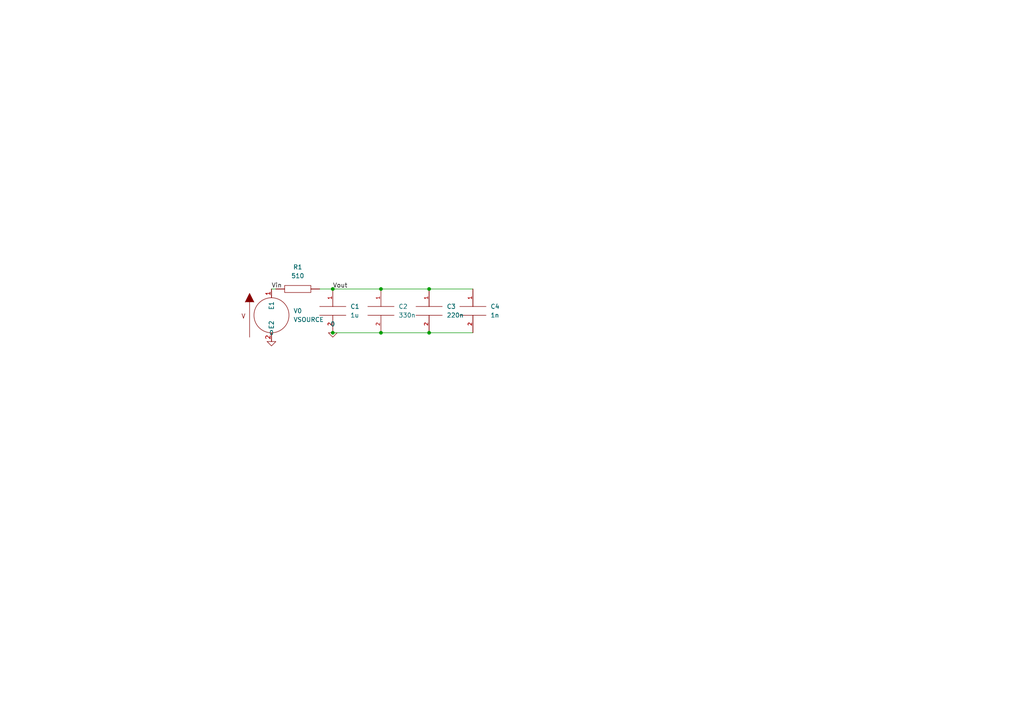
<source format=kicad_sch>
(kicad_sch (version 20211123) (generator eeschema)
  (paper "A4")
  (lib_symbols
    (symbol "pspice:0" (power) (pin_names (offset 0))
      (property "Value" "0" (at 0 -1.778 0))
      (symbol "0_0_1"
        (polyline (pts (xy -1.27 0) (xy 0 -1.27) (xy 1.27 0) (xy -1.27 0)))
      )
      (symbol "0_1_1"
        (pin power_in line (at 0 0 0) (length 0) hide (name "0") (number "1"))
      )
    )
    (symbol "pspice:C" (pin_names (offset 0.254))
      (property "Reference" "C" (at 2.54 3.81 90))
      (property "Value" "C" (at 2.54 -3.81 90))
      (symbol "C_0_1"
        (polyline (pts (xy -3.81 -1.27) (xy 3.81 -1.27)))
        (polyline (pts (xy -3.81 1.27) (xy 3.81 1.27)))
      )
      (symbol "C_1_1"
        (pin passive line (at 0 6.35 270) (length 5.08) (name "~") (number "1"))
        (pin passive line (at 0 -6.35 90) (length 5.08) (name "~") (number "2"))
      )
    )
    (symbol "pspice:R" (pin_numbers hide) (pin_names (offset 0))
      (property "Reference" "R" (at 2.032 0 90))
      (property "Value" "R" (at 0 0 90))
      (symbol "R_0_1"
        (rectangle (start -1.016 3.81) (end 1.016 -3.81))
      )
      (symbol "R_1_1"
        (pin passive line (at 0 6.35 270) (length 2.54) (name "~") (number "1"))
        (pin passive line (at 0 -6.35 90) (length 2.54) (name "~") (number "2"))
      )
    )
    (symbol "pspice:VSOURCE" (pin_names (offset 1.016))
      (property "Reference" "V" (at -6.35 7.62 0))
      (property "Value" "VSOURCE" (at 0 0 0))
      (symbol "VSOURCE_0_1"
        (polyline (pts (xy -6.35 -6.35) (xy -6.35 3.81)) (fill (type outline)))
        (polyline (pts (xy -7.62 3.81) (xy -6.35 6.35) (xy -5.08 3.81)) (fill (type outline)))
        (circle (center 0 0) (radius 5.08))
        (text "V" (at -8.128 -0.254 0) (effects (font (size 1.27 1.27))))
      )
      (symbol "VSOURCE_1_1"
        (pin input line (at 0 7.62 270) (length 2.54) (name "E1") (number "1"))
        (pin input line (at 0 -7.62 90) (length 2.54) (name "E2") (number "2"))
      )
    )
  )
  (junction (at 124.46 96.52))
  (junction (at 124.46 83.82))
  (junction (at 110.49 96.52))
  (junction (at 96.52 83.82))
  (junction (at 96.52 96.52))
  (junction (at 110.49 83.82))
  (wire (pts (xy 124.46 96.52) (xy 137.16 96.52)))
  (wire (pts (xy 78.74 83.82) (xy 80.01 83.82)))
  (wire (pts (xy 124.46 83.82) (xy 137.16 83.82)))
  (wire (pts (xy 92.71 83.82) (xy 96.52 83.82)))
  (wire (pts (xy 96.52 83.82) (xy 110.49 83.82)))
  (wire (pts (xy 110.49 83.82) (xy 124.46 83.82)))
  (wire (pts (xy 96.52 96.52) (xy 110.49 96.52)))
  (wire (pts (xy 110.49 96.52) (xy 124.46 96.52)))
  (label "Vout" (at 96.52 83.82 0))
  (label "Vin" (at 78.74 83.82 0))
  (symbol (lib_id "pspice:C") (at 124.46 90.17 0) (unit 1)
    (property "Reference" "C3" (at 129.54 88.8999 0) (effects (justify left)))
    (property "Value" "220n" (at 129.54 91.4399 0) (effects (justify left)))
  )
  (symbol (lib_id "pspice:R") (at 86.36 83.82 90) (unit 1)
    (property "Reference" "R1" (at 86.36 77.47 90))
    (property "Value" "510" (at 86.36 80.01 90))
  )
  (symbol (lib_id "pspice:C") (at 137.16 90.17 0) (unit 1)
    (property "Reference" "C4" (at 142.24 88.8999 0) (effects (justify left)))
    (property "Value" "1n" (at 142.24 91.4399 0) (effects (justify left)))
  )
  (symbol (lib_id "pspice:C") (at 110.49 90.17 0) (unit 1)
    (property "Reference" "C2" (at 115.57 88.8999 0) (effects (justify left)))
    (property "Value" "330n" (at 115.57 91.4399 0) (effects (justify left)))
  )
  (symbol (lib_id "pspice:0") (at 78.74 99.06 0) (unit 1)
    (property "Reference" "#GND?" (effects hide))
    (property "Value" "0" (at 78.74 96.52 0))
  )
  (symbol (lib_id "pspice:VSOURCE") (at 78.74 91.44 0) (unit 1)
    (property "Reference" "V0" (at 85.09 90.1699 0) (effects (justify left)))
    (property "Value" "VSOURCE" (at 85.09 92.7099 0) (effects (justify left)))
    (property "Spice_Primitive" "V" (effects hide))
    (property "Spice_Model" "ac 1 pulse(0 1)" (effects hide))
    (property "Spice_Netlist_Enabled" "Y" (effects hide))
  )
  (symbol (lib_id "pspice:C") (at 96.52 90.17 0) (unit 1)
    (property "Reference" "C1" (at 101.6 88.8999 0) (effects (justify left)))
    (property "Value" "1u" (at 101.6 91.4399 0) (effects (justify left)))
  )
  (symbol (lib_id "pspice:0") (at 96.52 96.52 0) (unit 1)
    (property "Reference" "#GND?" (effects hide))
    (property "Value" "0" (at 96.52 93.98 0))
  )
)
</source>
